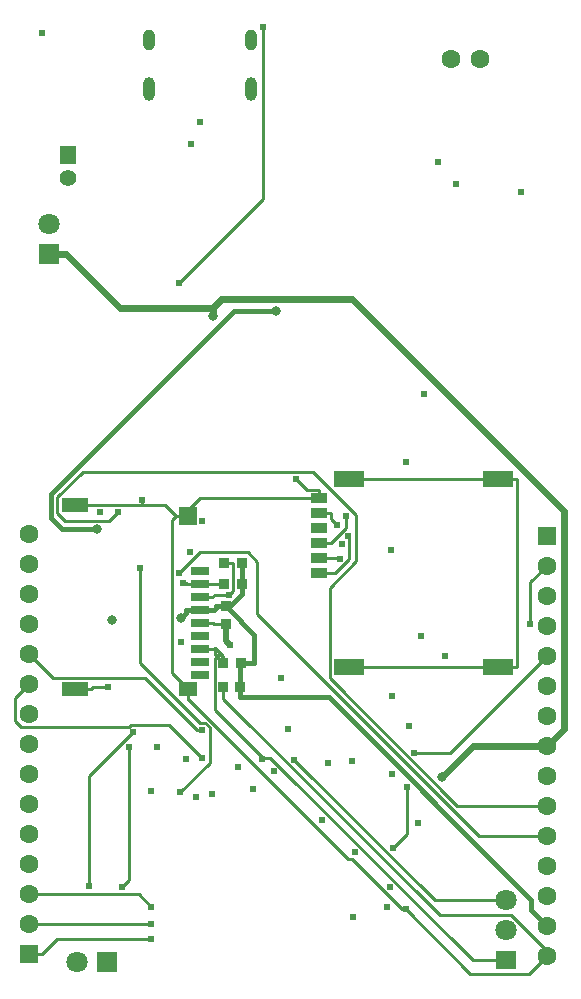
<source format=gbl>
G04 Layer: BottomLayer*
G04 EasyEDA v6.5.54, 2026-02-06 19:08:49*
G04 4cf94d710e704693a343972755933389,ab8ce68afc924fbca291fda1b5b5a17a,10*
G04 Gerber Generator version 0.2*
G04 Scale: 100 percent, Rotated: No, Reflected: No *
G04 Dimensions in millimeters *
G04 leading zeros omitted , absolute positions ,4 integer and 5 decimal *
%FSLAX45Y45*%
%MOMM*%

%AMMACRO1*21,1,$1,$2,0,0,$3*%
%ADD10C,0.2540*%
%ADD11C,0.4000*%
%ADD12C,0.6000*%
%ADD13C,0.5000*%
%ADD14MACRO1,0.9X1.34X-90.0000*%
%ADD15C,0.0117*%
%ADD16MACRO1,1.35X2.61X-90.0000*%
%ADD17MACRO1,0.7X1.6X90.0000*%
%ADD18MACRO1,1.2X1.5X90.0000*%
%ADD19MACRO1,1.2X2.2X90.0000*%
%ADD20MACRO1,1.6X1.5X90.0000*%
%ADD21MACRO1,0.8X0.9X0.0000*%
%ADD22MACRO1,0.864X0.8065X90.0000*%
%ADD23R,0.8640X0.8065*%
%ADD24MACRO1,0.864X0.8065X0.0000*%
%ADD25MACRO1,0.864X0.8065X-90.0000*%
%ADD26R,1.4000X1.5240*%
%ADD27C,1.4000*%
%ADD28C,1.8000*%
%ADD29R,1.8000X1.8000*%
%ADD30O,0.999998X1.999996*%
%ADD31O,0.999998X1.799996*%
%ADD32C,1.6000*%
%ADD33R,1.6000X1.6000*%
%ADD34R,1.8000X1.5748*%
%ADD35C,0.6100*%
%ADD36C,0.8000*%
%ADD37C,0.6200*%

%LPD*%
D10*
X3556050Y-737590D02*
G01*
X3687902Y-605739D01*
X3687902Y-508914D01*
X3461131Y-737590D02*
G01*
X3556050Y-737590D01*
X3556050Y-991590D02*
G01*
X3591128Y-991590D01*
X3710838Y-871880D01*
X3710838Y-690778D01*
X3700195Y-680135D01*
X3461131Y-991590D02*
G01*
X3556050Y-991590D01*
X1525625Y-1973808D02*
G01*
X1546479Y-1952955D01*
X1674571Y-1952955D01*
X1387703Y-1973808D02*
G01*
X1525625Y-1973808D01*
X2244775Y-508812D02*
G01*
X2212441Y-541146D01*
X2212441Y-1838553D01*
X2347696Y-1973808D01*
X4189526Y-3831691D02*
G01*
X4157395Y-3831691D01*
X3737178Y-3411473D01*
X3706291Y-3411473D01*
X2356535Y-2061718D01*
X2347696Y-2061718D01*
X2647797Y-2028723D02*
G01*
X2647797Y-2052904D01*
X4481093Y-3886200D01*
X5085435Y-3886200D01*
X5384800Y-4185564D01*
X5384800Y-4229100D01*
X5384800Y-4229100D02*
G01*
X5232044Y-4381855D01*
X4739690Y-4381855D01*
X4189526Y-3831691D01*
X2647797Y-1955800D02*
G01*
X2647797Y-2028723D01*
X1957806Y-413791D02*
G01*
X2149754Y-413791D01*
X2244775Y-508812D01*
X1525625Y-413791D02*
G01*
X1957806Y-413791D01*
X1957806Y-413791D02*
G01*
X1957806Y-372033D01*
X3461131Y-356590D02*
G01*
X3461131Y-283667D01*
X3461131Y-283667D02*
G01*
X3355086Y-283667D01*
X3262604Y-191185D01*
X2347696Y-1973808D02*
G01*
X2347696Y-2061718D01*
X1387703Y-413791D02*
G01*
X1525625Y-413791D01*
X2296236Y-508812D02*
G01*
X2448458Y-356590D01*
X3461131Y-356590D01*
X2296236Y-508812D02*
G01*
X2244775Y-508812D01*
X2347696Y-508812D02*
G01*
X2296236Y-508812D01*
X3461131Y-864590D02*
G01*
X3628567Y-864590D01*
X3631920Y-867943D01*
X2979394Y-2554096D02*
G01*
X3045485Y-2554096D01*
X4758588Y-4267200D01*
X5041900Y-4267200D01*
X2979394Y-2554096D02*
G01*
X2971800Y-2561691D01*
X2574241Y-1625600D02*
G01*
X2574241Y-1684378D01*
X2642463Y-1752600D01*
X2642463Y-1698873D01*
X2616608Y-1673019D01*
X2610792Y-1673019D01*
X2574366Y-1709445D01*
X2574366Y-2149066D01*
X2979389Y-2554094D01*
X2642463Y-1752600D02*
G01*
X2642463Y-1693821D01*
X2574241Y-1625600D01*
X2555620Y-1628800D02*
G01*
X2571038Y-1628800D01*
X2574239Y-1625600D01*
X2447696Y-1628800D02*
G01*
X2555620Y-1628800D01*
D11*
X2327656Y-1298803D02*
G01*
X2327656Y-1329715D01*
X2285187Y-1372184D01*
X2684424Y-1288287D02*
G01*
X2667000Y-1270863D01*
X2684424Y-1288287D02*
G01*
X2805836Y-1166876D01*
X2805836Y-1162735D01*
X5384800Y-3975100D02*
G01*
X5255844Y-3846144D01*
X5255818Y-3846144D01*
X5255818Y-3757345D01*
X3539312Y-2040839D01*
X2787802Y-2040839D01*
X1579575Y-619683D02*
G01*
X1279372Y-619683D01*
X1187195Y-527507D01*
X1187195Y-316712D01*
X2734005Y1230096D01*
X3090748Y1230096D01*
X2447696Y-1298803D02*
G01*
X2327656Y-1298803D01*
X2805836Y-1079500D02*
G01*
X2805836Y-901700D01*
X2507716Y-1298803D02*
G01*
X2447696Y-1298803D01*
X2507716Y-1298803D02*
G01*
X2567736Y-1298803D01*
X2787802Y-1878761D02*
G01*
X2787802Y-1955800D01*
X2787802Y-1878761D02*
G01*
X2787802Y-1870760D01*
X2787802Y-1955800D02*
G01*
X2787802Y-2040839D01*
X2805836Y-1079500D02*
G01*
X2805836Y-1162735D01*
X2667000Y-1270863D02*
G01*
X2583764Y-1270863D01*
X2583764Y-1270863D02*
G01*
X2583764Y-1282776D01*
X2567736Y-1298803D01*
D10*
X2723413Y-901700D02*
G01*
X2727299Y-905586D01*
X2727299Y-1145641D01*
X2696540Y-1176401D01*
X2696540Y-1176401D02*
G01*
X2568016Y-1176401D01*
X2555620Y-1188796D01*
X5041900Y-3759200D02*
G01*
X4436922Y-3759200D01*
X3246653Y-2568930D01*
X2655163Y-901700D02*
G01*
X2723413Y-901700D01*
X2447696Y-1188796D02*
G01*
X2555620Y-1188796D01*
X2307209Y-1074064D02*
G01*
X2335022Y-1074064D01*
X2339771Y-1078814D01*
X2447696Y-1078814D02*
G01*
X2339771Y-1078814D01*
X2655163Y-1079500D02*
G01*
X2586939Y-1079500D01*
X2586939Y-1079500D02*
G01*
X2586253Y-1078814D01*
X2555620Y-1078814D01*
X2447696Y-1078814D02*
G01*
X2555620Y-1078814D01*
D12*
X5384800Y-2451100D02*
G01*
X4757750Y-2451100D01*
X4494402Y-2714447D01*
X2557754Y1258214D02*
G01*
X1769694Y1258214D01*
X1313408Y1714500D01*
X2557754Y1185570D02*
G01*
X2557754Y1258214D01*
X1168400Y1714500D02*
G01*
X1313408Y1714500D01*
D10*
X2273681Y1466469D02*
G01*
X2986100Y2178888D01*
X2986100Y3631209D01*
X2986125Y3631209D01*
X1793265Y-3644519D02*
G01*
X1850491Y-3587292D01*
X1850491Y-2460345D01*
X1885365Y-2336749D02*
G01*
X1512747Y-2709367D01*
X1512747Y-3639235D01*
X5384800Y-1689100D02*
G01*
X4563973Y-2509926D01*
X4263847Y-2509926D01*
X5384800Y-927100D02*
G01*
X5244007Y-1067892D01*
X5244007Y-1422679D01*
X1003300Y-1676400D02*
G01*
X1206245Y-1879345D01*
X1985695Y-1879345D01*
X2422829Y-2316479D01*
X2470581Y-2316479D01*
X2463800Y-2558872D02*
G01*
X2183104Y-2278176D01*
X1861108Y-2278176D01*
X1844547Y-2294737D01*
X937209Y-2294737D01*
X886053Y-2243581D01*
X886053Y-2047646D01*
X1003300Y-1930400D01*
X1003300Y-3708400D02*
G01*
X1929866Y-3708400D01*
X2037232Y-3815765D01*
X1003300Y-3962400D02*
G01*
X2035530Y-3962400D01*
X2036038Y-3962907D01*
X1003300Y-4216400D02*
G01*
X1111224Y-4216400D01*
X1111224Y-4216400D02*
G01*
X1241780Y-4085844D01*
X2036445Y-4085844D01*
X1752600Y-475411D02*
G01*
X1683004Y-545007D01*
X1304366Y-545007D01*
X1242136Y-482777D01*
X1242136Y-349300D01*
X1459052Y-132384D01*
X3402329Y-132384D01*
X3771645Y-501700D01*
X3771645Y-890473D01*
X3550107Y-1112012D01*
X3550107Y-1880057D01*
X4629150Y-2959100D01*
X5384800Y-2959100D01*
X2667000Y-1421536D02*
G01*
X2568346Y-1421536D01*
X2555620Y-1408811D01*
X2447696Y-1408811D02*
G01*
X2555620Y-1408811D01*
X4971618Y-1788591D02*
G01*
X3711625Y-1788591D01*
X4971668Y-192608D02*
G01*
X3711651Y-192608D01*
X5050866Y-192608D02*
G01*
X4971668Y-192608D01*
X5050866Y-192608D02*
G01*
X5130063Y-192608D01*
X4971618Y-1788591D02*
G01*
X5130012Y-1788591D01*
X5130012Y-1788591D02*
G01*
X5130063Y-1788540D01*
X5130063Y-192608D01*
X1943049Y-947775D02*
G01*
X1943049Y-1752930D01*
X2447823Y-2257704D01*
X2494661Y-2257704D01*
X2532329Y-2295372D01*
X2532329Y-2598064D01*
X2283917Y-2846476D01*
X3605707Y-583590D02*
G01*
X3556050Y-533933D01*
X3556050Y-483590D01*
X3461131Y-483590D02*
G01*
X3556050Y-483590D01*
X4200880Y-2802178D02*
G01*
X4200880Y-3201187D01*
X4081297Y-3320770D01*
X5384800Y-3213100D02*
G01*
X4811496Y-3213100D01*
X2934081Y-1335684D01*
X2934081Y-893902D01*
X2855772Y-815594D01*
X2446197Y-815594D01*
X2274468Y-987323D01*
D11*
X2787799Y-1870763D02*
G01*
X2787799Y-1752600D01*
X2793136Y-1752600D01*
X2793136Y-1752600D02*
G01*
X2908300Y-1752600D01*
X2908300Y-1512062D01*
X2684523Y-1288287D01*
D13*
X2667000Y-1421538D02*
G01*
X2667000Y-1562100D01*
X2705100Y-1600200D01*
D12*
X2557754Y1258214D02*
G01*
X2630398Y1330858D01*
X3732555Y1330858D01*
X5529783Y-466369D01*
X5529783Y-2306116D01*
X5384800Y-2451100D01*
D14*
G01*
X3461143Y-483591D03*
G01*
X3461143Y-737591D03*
G01*
X3461143Y-991591D03*
G01*
X3461143Y-356591D03*
G01*
X3461143Y-610591D03*
G01*
X3461143Y-864591D03*
D16*
G01*
X3711638Y-192601D03*
G01*
X4971656Y-192601D03*
G01*
X3711613Y-1788598D03*
G01*
X4971605Y-1788598D03*
D17*
G01*
X2447696Y-1738807D03*
G01*
X2447696Y-1628805D03*
G01*
X2447696Y-1518805D03*
G01*
X2447696Y-1408805D03*
G01*
X2447696Y-1298806D03*
G01*
X2447696Y-1188806D03*
G01*
X2447696Y-1078806D03*
G01*
X2447696Y-968806D03*
G01*
X2447698Y-1848810D03*
D18*
G01*
X2347691Y-1973806D03*
D19*
G01*
X1387701Y-1973806D03*
G01*
X1387698Y-413801D03*
D20*
G01*
X2347701Y-508800D03*
D21*
G01*
X2647800Y-1955800D03*
G01*
X2787799Y-1955800D03*
D22*
G01*
X2655175Y-1079500D03*
G01*
X2805824Y-1079500D03*
G01*
X2655175Y-901700D03*
G01*
X2805824Y-901700D03*
D23*
G01*
X2667000Y-1270863D03*
D24*
G01*
X2667000Y-1421524D03*
D25*
G01*
X2793124Y-1752600D03*
G01*
X2642475Y-1752600D03*
D26*
G01*
X1333423Y2551099D03*
D27*
G01*
X1333423Y2351100D03*
D28*
G01*
X1168400Y1968500D03*
D29*
G01*
X1168400Y1714500D03*
D30*
G01*
X2883154Y3106978D03*
G01*
X2019147Y3106953D03*
D31*
G01*
X2019147Y3526967D03*
G01*
X2883154Y3526967D03*
D32*
G01*
X4823993Y3365500D03*
G01*
X4574006Y3365500D03*
D33*
G01*
X5384800Y-673100D03*
D32*
G01*
X5384800Y-927100D03*
G01*
X5384800Y-1181100D03*
G01*
X5384800Y-1435100D03*
G01*
X5384800Y-1689100D03*
G01*
X5384800Y-1943100D03*
G01*
X5384800Y-2197100D03*
G01*
X5384800Y-2451100D03*
G01*
X5384800Y-2705100D03*
G01*
X5384800Y-2959100D03*
G01*
X5384800Y-3213100D03*
G01*
X5384800Y-3467100D03*
G01*
X5384800Y-3721100D03*
G01*
X5384800Y-3975100D03*
G01*
X5384800Y-4229100D03*
D33*
G01*
X1003300Y-4216400D03*
D32*
G01*
X1003300Y-3962400D03*
G01*
X1003300Y-3708400D03*
G01*
X1003300Y-3454400D03*
G01*
X1003300Y-3200400D03*
G01*
X1003300Y-2946400D03*
G01*
X1003300Y-2692400D03*
G01*
X1003300Y-2438400D03*
G01*
X1003300Y-2184400D03*
G01*
X1003300Y-1930400D03*
G01*
X1003300Y-1676400D03*
G01*
X1003300Y-1422400D03*
G01*
X1003300Y-1168400D03*
G01*
X1003300Y-914400D03*
G01*
X1003300Y-660400D03*
D28*
G01*
X5041900Y-3759200D03*
G01*
X5041900Y-4013200D03*
D34*
G01*
X5041900Y-4267200D03*
D28*
G01*
X1409700Y-4279900D03*
D29*
G01*
X1663700Y-4279900D03*
D35*
G01*
X3687902Y-508914D03*
G01*
X3700195Y-680135D03*
G01*
X1674571Y-1952955D03*
G01*
X1957806Y-372033D03*
G01*
X3262604Y-191185D03*
G01*
X4189526Y-3831691D03*
G01*
X3631920Y-867943D03*
G01*
X2971800Y-2561691D03*
D36*
G01*
X3090748Y1230096D03*
G01*
X2285187Y-1372184D03*
G01*
X1579575Y-619683D03*
D35*
G01*
X2696540Y-1176401D03*
G01*
X3246653Y-2568930D03*
G01*
X2307209Y-1074064D03*
G01*
X2895600Y-2819400D03*
D36*
G01*
X4494402Y-2714447D03*
G01*
X2557754Y1185570D03*
G01*
X1702663Y-1386103D03*
D35*
G01*
X1113510Y3580129D03*
G01*
X3746500Y-3898900D03*
G01*
X2986125Y3631209D03*
G01*
X2273681Y1466469D03*
G01*
X2368600Y-807745D03*
G01*
X4349089Y523620D03*
G01*
X4189679Y-52070D03*
G01*
X4463897Y2491460D03*
G01*
X1793265Y-3644519D03*
G01*
X1850491Y-2460345D03*
G01*
X1512747Y-3639235D03*
G01*
X1885365Y-2336749D03*
G01*
X4297451Y-3107715D03*
G01*
X2285365Y-1572539D03*
G01*
X4032656Y-3816477D03*
G01*
X4263847Y-2509926D03*
G01*
X3758412Y-3349853D03*
G01*
X4073880Y-2690393D03*
G01*
X5244007Y-1422679D03*
G01*
X3736466Y-2579370D03*
G01*
X3198063Y-2308860D03*
G01*
X3529101Y-2601874D03*
G01*
X2552700Y-2857500D03*
G01*
X2470581Y-2316479D03*
G01*
X2463800Y-2558872D03*
G01*
X2328418Y-2564028D03*
G01*
X2037232Y-3815765D03*
G01*
X2036038Y-3962907D03*
G01*
X2036445Y-4085844D03*
G01*
X1752600Y-475411D03*
G01*
X2283917Y-2846476D03*
G01*
X1943049Y-947775D03*
G01*
X4614900Y2307209D03*
G01*
X4063644Y-794232D03*
G01*
X3605707Y-583590D03*
G01*
X3652265Y-740257D03*
G01*
X4222622Y-2286609D03*
G01*
X3132200Y-1876018D03*
G01*
X2470505Y-546150D03*
G01*
X3482593Y-3078353D03*
G01*
X4054703Y-3646170D03*
G01*
X4081297Y-3320770D03*
G01*
X4200880Y-2802178D03*
G01*
X1602460Y-473582D03*
G01*
X2274468Y-987323D03*
D37*
G01*
X2032000Y-2832100D03*
G01*
X2413000Y-2882900D03*
G01*
X2768600Y-2628900D03*
G01*
X2082800Y-2463800D03*
G01*
X4076700Y-2032000D03*
G01*
X5168900Y2235200D03*
G01*
X3073400Y-2667000D03*
G01*
X2705100Y-1600200D03*
G01*
X2451100Y2832100D03*
G01*
X4318000Y-1524000D03*
G01*
X2376144Y2640355D03*
G01*
X4521200Y-1689100D03*
M02*

</source>
